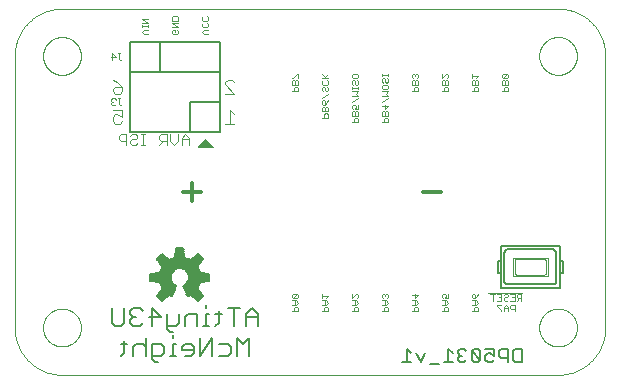
<source format=gbo>
G75*
%MOIN*%
%OFA0B0*%
%FSLAX25Y25*%
%IPPOS*%
%LPD*%
%AMOC8*
5,1,8,0,0,1.08239X$1,22.5*
%
%ADD10C,0.00500*%
%ADD11C,0.00200*%
%ADD12C,0.00300*%
%ADD13C,0.00000*%
%ADD14C,0.00600*%
%ADD15C,0.00400*%
%ADD16C,0.00250*%
%ADD17C,0.01200*%
%ADD18C,0.00591*%
D10*
X0066853Y0040430D02*
X0067871Y0041447D01*
X0067871Y0045517D01*
X0068889Y0044500D02*
X0066853Y0044500D01*
X0070896Y0043482D02*
X0070896Y0040430D01*
X0074966Y0040430D02*
X0074966Y0046535D01*
X0073948Y0044500D02*
X0071913Y0044500D01*
X0070896Y0043482D01*
X0073948Y0044500D02*
X0074966Y0043482D01*
X0076973Y0044500D02*
X0080025Y0044500D01*
X0081043Y0043482D01*
X0081043Y0041447D01*
X0080025Y0040430D01*
X0076973Y0040430D01*
X0076973Y0039412D02*
X0076973Y0044500D01*
X0082037Y0049412D02*
X0083055Y0048395D01*
X0084072Y0048395D01*
X0084077Y0047553D02*
X0084077Y0046535D01*
X0084077Y0044500D02*
X0084077Y0040430D01*
X0085094Y0040430D02*
X0083059Y0040430D01*
X0079008Y0038395D02*
X0077990Y0038395D01*
X0076973Y0039412D01*
X0084077Y0044500D02*
X0085094Y0044500D01*
X0087101Y0043482D02*
X0087101Y0042465D01*
X0091172Y0042465D01*
X0091172Y0043482D02*
X0090154Y0044500D01*
X0088119Y0044500D01*
X0087101Y0043482D01*
X0088119Y0040430D02*
X0090154Y0040430D01*
X0091172Y0041447D01*
X0091172Y0043482D01*
X0093179Y0040430D02*
X0093179Y0046535D01*
X0092184Y0050430D02*
X0092184Y0054500D01*
X0089132Y0054500D01*
X0088114Y0053482D01*
X0088114Y0050430D01*
X0086107Y0051447D02*
X0085090Y0050430D01*
X0082037Y0050430D01*
X0082037Y0049412D02*
X0082037Y0054500D01*
X0080030Y0053482D02*
X0075960Y0053482D01*
X0073953Y0051447D02*
X0072935Y0050430D01*
X0070900Y0050430D01*
X0069883Y0051447D01*
X0069883Y0052465D01*
X0070900Y0053482D01*
X0071918Y0053482D01*
X0070900Y0053482D02*
X0069883Y0054500D01*
X0069883Y0055517D01*
X0070900Y0056535D01*
X0072935Y0056535D01*
X0073953Y0055517D01*
X0076977Y0056535D02*
X0080030Y0053482D01*
X0076977Y0050430D02*
X0076977Y0056535D01*
X0067876Y0056535D02*
X0067876Y0051447D01*
X0066858Y0050430D01*
X0064823Y0050430D01*
X0063806Y0051447D01*
X0063806Y0056535D01*
X0086107Y0054500D02*
X0086107Y0051447D01*
X0094201Y0050430D02*
X0096236Y0050430D01*
X0095218Y0050430D02*
X0095218Y0054500D01*
X0096236Y0054500D01*
X0098252Y0054500D02*
X0100287Y0054500D01*
X0099270Y0055517D02*
X0099270Y0051447D01*
X0098252Y0050430D01*
X0097249Y0046535D02*
X0093179Y0040430D01*
X0097249Y0040430D02*
X0097249Y0046535D01*
X0099256Y0044500D02*
X0102308Y0044500D01*
X0103326Y0043482D01*
X0103326Y0041447D01*
X0102308Y0040430D01*
X0099256Y0040430D01*
X0105333Y0040430D02*
X0105333Y0046535D01*
X0107368Y0044500D01*
X0109403Y0046535D01*
X0109403Y0040430D01*
X0108372Y0050430D02*
X0108372Y0054500D01*
X0110407Y0056535D01*
X0112442Y0054500D01*
X0112442Y0050430D01*
X0112442Y0053482D02*
X0108372Y0053482D01*
X0106365Y0056535D02*
X0102294Y0056535D01*
X0104329Y0056535D02*
X0104329Y0050430D01*
X0095218Y0056535D02*
X0095218Y0057553D01*
X0099772Y0135180D02*
X0099772Y0145180D01*
D11*
X0095874Y0147780D02*
X0094406Y0147780D01*
X0093672Y0148514D01*
X0094406Y0149248D01*
X0095874Y0149248D01*
X0095507Y0149990D02*
X0094039Y0149990D01*
X0093672Y0150357D01*
X0093672Y0151091D01*
X0094039Y0151458D01*
X0094039Y0152200D02*
X0093672Y0152567D01*
X0093672Y0153300D01*
X0094039Y0153667D01*
X0094039Y0152200D02*
X0095507Y0152200D01*
X0095874Y0152567D01*
X0095874Y0153300D01*
X0095507Y0153667D01*
X0095507Y0151458D02*
X0095874Y0151091D01*
X0095874Y0150357D01*
X0095507Y0149990D01*
X0085874Y0149990D02*
X0083672Y0151458D01*
X0085874Y0151458D01*
X0085874Y0152200D02*
X0085874Y0153300D01*
X0085507Y0153667D01*
X0084039Y0153667D01*
X0083672Y0153300D01*
X0083672Y0152200D01*
X0085874Y0152200D01*
X0085874Y0149990D02*
X0083672Y0149990D01*
X0084039Y0149248D02*
X0084773Y0149248D01*
X0084773Y0148514D01*
X0085507Y0149248D02*
X0085874Y0148881D01*
X0085874Y0148147D01*
X0085507Y0147780D01*
X0084039Y0147780D01*
X0083672Y0148147D01*
X0083672Y0148881D01*
X0084039Y0149248D01*
X0075874Y0149248D02*
X0074406Y0149248D01*
X0073672Y0148514D01*
X0074406Y0147780D01*
X0075874Y0147780D01*
X0075874Y0149990D02*
X0075874Y0150724D01*
X0075874Y0150357D02*
X0073672Y0150357D01*
X0073672Y0149990D02*
X0073672Y0150724D01*
X0073672Y0151463D02*
X0075874Y0151463D01*
X0073672Y0152931D01*
X0075874Y0152931D01*
X0066438Y0141282D02*
X0065704Y0141282D01*
X0066071Y0141282D02*
X0066071Y0139447D01*
X0066438Y0139080D01*
X0066805Y0139080D01*
X0067172Y0139447D01*
X0064962Y0140181D02*
X0063861Y0141282D01*
X0063861Y0139080D01*
X0063494Y0140181D02*
X0064962Y0140181D01*
X0064595Y0126282D02*
X0063861Y0126282D01*
X0063494Y0125915D01*
X0063494Y0125548D01*
X0063861Y0125181D01*
X0063494Y0124814D01*
X0063494Y0124447D01*
X0063861Y0124080D01*
X0064595Y0124080D01*
X0064962Y0124447D01*
X0064228Y0125181D02*
X0063861Y0125181D01*
X0064962Y0125915D02*
X0064595Y0126282D01*
X0065704Y0126282D02*
X0066438Y0126282D01*
X0066071Y0126282D02*
X0066071Y0124447D01*
X0066438Y0124080D01*
X0066805Y0124080D01*
X0067172Y0124447D01*
X0123672Y0128650D02*
X0125874Y0128650D01*
X0125874Y0129751D01*
X0125507Y0130118D01*
X0124773Y0130118D01*
X0124406Y0129751D01*
X0124406Y0128650D01*
X0124773Y0130860D02*
X0124773Y0131961D01*
X0124406Y0132328D01*
X0124039Y0132328D01*
X0123672Y0131961D01*
X0123672Y0130860D01*
X0125874Y0130860D01*
X0125874Y0131961D01*
X0125507Y0132328D01*
X0125140Y0132328D01*
X0124773Y0131961D01*
X0124039Y0133070D02*
X0123672Y0133070D01*
X0124039Y0133070D02*
X0125507Y0134538D01*
X0125874Y0134538D01*
X0125874Y0133070D01*
X0133672Y0133070D02*
X0135874Y0133070D01*
X0135507Y0132328D02*
X0135874Y0131961D01*
X0135874Y0131227D01*
X0135507Y0130860D01*
X0134039Y0130860D01*
X0133672Y0131227D01*
X0133672Y0131961D01*
X0134039Y0132328D01*
X0134406Y0133070D02*
X0135874Y0134538D01*
X0134773Y0133437D02*
X0133672Y0134538D01*
X0134039Y0130118D02*
X0133672Y0129751D01*
X0133672Y0129017D01*
X0134039Y0128650D01*
X0134773Y0129017D02*
X0134773Y0129751D01*
X0134406Y0130118D01*
X0134039Y0130118D01*
X0134773Y0129017D02*
X0135140Y0128650D01*
X0135507Y0128650D01*
X0135874Y0129017D01*
X0135874Y0129751D01*
X0135507Y0130118D01*
X0135874Y0127908D02*
X0133672Y0126440D01*
X0134039Y0125698D02*
X0134406Y0125698D01*
X0134773Y0125331D01*
X0134773Y0124230D01*
X0134039Y0124230D01*
X0133672Y0124597D01*
X0133672Y0125331D01*
X0134039Y0125698D01*
X0135507Y0124964D02*
X0134773Y0124230D01*
X0135140Y0123488D02*
X0134773Y0123121D01*
X0134773Y0122020D01*
X0134773Y0121278D02*
X0134406Y0120912D01*
X0134406Y0119811D01*
X0133672Y0119811D02*
X0135874Y0119811D01*
X0135874Y0120912D01*
X0135507Y0121278D01*
X0134773Y0121278D01*
X0133672Y0122020D02*
X0135874Y0122020D01*
X0135874Y0123121D01*
X0135507Y0123488D01*
X0135140Y0123488D01*
X0134773Y0123121D02*
X0134406Y0123488D01*
X0134039Y0123488D01*
X0133672Y0123121D01*
X0133672Y0122020D01*
X0135507Y0124964D02*
X0135874Y0125698D01*
X0143672Y0124967D02*
X0145874Y0126435D01*
X0145874Y0127177D02*
X0145140Y0127911D01*
X0145874Y0128645D01*
X0143672Y0128645D01*
X0143672Y0129387D02*
X0143672Y0130121D01*
X0143672Y0129754D02*
X0145874Y0129754D01*
X0145874Y0129387D02*
X0145874Y0130121D01*
X0145507Y0130860D02*
X0145140Y0130860D01*
X0144773Y0131227D01*
X0144773Y0131961D01*
X0144406Y0132328D01*
X0144039Y0132328D01*
X0143672Y0131961D01*
X0143672Y0131227D01*
X0144039Y0130860D01*
X0145507Y0130860D02*
X0145874Y0131227D01*
X0145874Y0131961D01*
X0145507Y0132328D01*
X0145507Y0133070D02*
X0144039Y0133070D01*
X0143672Y0133437D01*
X0143672Y0134171D01*
X0144039Y0134538D01*
X0145507Y0134538D01*
X0145874Y0134171D01*
X0145874Y0133437D01*
X0145507Y0133070D01*
X0145874Y0127177D02*
X0143672Y0127177D01*
X0144039Y0124225D02*
X0143672Y0123858D01*
X0143672Y0123124D01*
X0144039Y0122757D01*
X0144773Y0122757D02*
X0145140Y0123491D01*
X0145140Y0123858D01*
X0144773Y0124225D01*
X0144039Y0124225D01*
X0144773Y0122757D02*
X0145874Y0122757D01*
X0145874Y0124225D01*
X0145507Y0122015D02*
X0145140Y0122015D01*
X0144773Y0121648D01*
X0144773Y0120547D01*
X0144773Y0119805D02*
X0144406Y0119438D01*
X0144406Y0118337D01*
X0143672Y0118337D02*
X0145874Y0118337D01*
X0145874Y0119438D01*
X0145507Y0119805D01*
X0144773Y0119805D01*
X0143672Y0120547D02*
X0145874Y0120547D01*
X0145874Y0121648D01*
X0145507Y0122015D01*
X0144773Y0121648D02*
X0144406Y0122015D01*
X0144039Y0122015D01*
X0143672Y0121648D01*
X0143672Y0120547D01*
X0153672Y0120547D02*
X0153672Y0121648D01*
X0154039Y0122015D01*
X0154406Y0122015D01*
X0154773Y0121648D01*
X0154773Y0120547D01*
X0154773Y0119805D02*
X0154406Y0119438D01*
X0154406Y0118337D01*
X0153672Y0118337D02*
X0155874Y0118337D01*
X0155874Y0119438D01*
X0155507Y0119805D01*
X0154773Y0119805D01*
X0155874Y0120547D02*
X0155874Y0121648D01*
X0155507Y0122015D01*
X0155140Y0122015D01*
X0154773Y0121648D01*
X0154773Y0122757D02*
X0154773Y0124225D01*
X0155874Y0123858D02*
X0154773Y0122757D01*
X0153672Y0123858D02*
X0155874Y0123858D01*
X0153672Y0124967D02*
X0155874Y0126435D01*
X0155874Y0127177D02*
X0155140Y0127911D01*
X0155874Y0128645D01*
X0153672Y0128645D01*
X0154039Y0129387D02*
X0153672Y0129754D01*
X0153672Y0130488D01*
X0154039Y0130855D01*
X0155507Y0130855D01*
X0155874Y0130488D01*
X0155874Y0129754D01*
X0155507Y0129387D01*
X0154039Y0129387D01*
X0154039Y0131597D02*
X0153672Y0131964D01*
X0153672Y0132698D01*
X0154039Y0133065D01*
X0154406Y0133065D01*
X0154773Y0132698D01*
X0154773Y0131964D01*
X0155140Y0131597D01*
X0155507Y0131597D01*
X0155874Y0131964D01*
X0155874Y0132698D01*
X0155507Y0133065D01*
X0155874Y0133806D02*
X0155874Y0134540D01*
X0155874Y0134173D02*
X0153672Y0134173D01*
X0153672Y0133806D02*
X0153672Y0134540D01*
X0163672Y0134171D02*
X0163672Y0133437D01*
X0164039Y0133070D01*
X0164039Y0132328D02*
X0163672Y0131961D01*
X0163672Y0130860D01*
X0165874Y0130860D01*
X0165874Y0131961D01*
X0165507Y0132328D01*
X0165140Y0132328D01*
X0164773Y0131961D01*
X0164773Y0130860D01*
X0164773Y0130118D02*
X0164406Y0129751D01*
X0164406Y0128650D01*
X0163672Y0128650D02*
X0165874Y0128650D01*
X0165874Y0129751D01*
X0165507Y0130118D01*
X0164773Y0130118D01*
X0164773Y0131961D02*
X0164406Y0132328D01*
X0164039Y0132328D01*
X0165507Y0133070D02*
X0165874Y0133437D01*
X0165874Y0134171D01*
X0165507Y0134538D01*
X0165140Y0134538D01*
X0164773Y0134171D01*
X0164406Y0134538D01*
X0164039Y0134538D01*
X0163672Y0134171D01*
X0164773Y0134171D02*
X0164773Y0133804D01*
X0173672Y0134538D02*
X0173672Y0133070D01*
X0175140Y0134538D01*
X0175507Y0134538D01*
X0175874Y0134171D01*
X0175874Y0133437D01*
X0175507Y0133070D01*
X0175507Y0132328D02*
X0175140Y0132328D01*
X0174773Y0131961D01*
X0174773Y0130860D01*
X0174773Y0130118D02*
X0174406Y0129751D01*
X0174406Y0128650D01*
X0173672Y0128650D02*
X0175874Y0128650D01*
X0175874Y0129751D01*
X0175507Y0130118D01*
X0174773Y0130118D01*
X0173672Y0130860D02*
X0175874Y0130860D01*
X0175874Y0131961D01*
X0175507Y0132328D01*
X0174773Y0131961D02*
X0174406Y0132328D01*
X0174039Y0132328D01*
X0173672Y0131961D01*
X0173672Y0130860D01*
X0183672Y0130860D02*
X0183672Y0131961D01*
X0184039Y0132328D01*
X0184406Y0132328D01*
X0184773Y0131961D01*
X0184773Y0130860D01*
X0184773Y0130118D02*
X0184406Y0129751D01*
X0184406Y0128650D01*
X0183672Y0128650D02*
X0185874Y0128650D01*
X0185874Y0129751D01*
X0185507Y0130118D01*
X0184773Y0130118D01*
X0183672Y0130860D02*
X0185874Y0130860D01*
X0185874Y0131961D01*
X0185507Y0132328D01*
X0185140Y0132328D01*
X0184773Y0131961D01*
X0185140Y0133070D02*
X0185874Y0133804D01*
X0183672Y0133804D01*
X0183672Y0133070D02*
X0183672Y0134538D01*
X0193672Y0134171D02*
X0193672Y0133437D01*
X0194039Y0133070D01*
X0195507Y0134538D01*
X0194039Y0134538D01*
X0193672Y0134171D01*
X0194039Y0133070D02*
X0195507Y0133070D01*
X0195874Y0133437D01*
X0195874Y0134171D01*
X0195507Y0134538D01*
X0195507Y0132328D02*
X0195140Y0132328D01*
X0194773Y0131961D01*
X0194773Y0130860D01*
X0194773Y0130118D02*
X0194406Y0129751D01*
X0194406Y0128650D01*
X0193672Y0128650D02*
X0195874Y0128650D01*
X0195874Y0129751D01*
X0195507Y0130118D01*
X0194773Y0130118D01*
X0193672Y0130860D02*
X0195874Y0130860D01*
X0195874Y0131961D01*
X0195507Y0132328D01*
X0194773Y0131961D02*
X0194406Y0132328D01*
X0194039Y0132328D01*
X0193672Y0131961D01*
X0193672Y0130860D01*
X0155874Y0127177D02*
X0153672Y0127177D01*
X0153672Y0120547D02*
X0155874Y0120547D01*
X0155507Y0061167D02*
X0155140Y0061167D01*
X0154773Y0060800D01*
X0154406Y0061167D01*
X0154039Y0061167D01*
X0153672Y0060800D01*
X0153672Y0060067D01*
X0154039Y0059700D01*
X0153672Y0058958D02*
X0155140Y0058958D01*
X0155874Y0058224D01*
X0155140Y0057490D01*
X0153672Y0057490D01*
X0154773Y0057490D02*
X0154773Y0058958D01*
X0155507Y0059700D02*
X0155874Y0060067D01*
X0155874Y0060800D01*
X0155507Y0061167D01*
X0154773Y0060800D02*
X0154773Y0060434D01*
X0154773Y0056748D02*
X0154406Y0056381D01*
X0154406Y0055280D01*
X0153672Y0055280D02*
X0155874Y0055280D01*
X0155874Y0056381D01*
X0155507Y0056748D01*
X0154773Y0056748D01*
X0145874Y0056381D02*
X0145874Y0055280D01*
X0143672Y0055280D01*
X0144406Y0055280D02*
X0144406Y0056381D01*
X0144773Y0056748D01*
X0145507Y0056748D01*
X0145874Y0056381D01*
X0145140Y0057490D02*
X0145874Y0058224D01*
X0145140Y0058958D01*
X0143672Y0058958D01*
X0143672Y0059700D02*
X0145140Y0061167D01*
X0145507Y0061167D01*
X0145874Y0060800D01*
X0145874Y0060067D01*
X0145507Y0059700D01*
X0144773Y0058958D02*
X0144773Y0057490D01*
X0145140Y0057490D02*
X0143672Y0057490D01*
X0143672Y0059700D02*
X0143672Y0061167D01*
X0135874Y0060434D02*
X0133672Y0060434D01*
X0133672Y0061167D02*
X0133672Y0059700D01*
X0133672Y0058958D02*
X0135140Y0058958D01*
X0135874Y0058224D01*
X0135140Y0057490D01*
X0133672Y0057490D01*
X0134773Y0057490D02*
X0134773Y0058958D01*
X0135140Y0059700D02*
X0135874Y0060434D01*
X0135507Y0056748D02*
X0134773Y0056748D01*
X0134406Y0056381D01*
X0134406Y0055280D01*
X0133672Y0055280D02*
X0135874Y0055280D01*
X0135874Y0056381D01*
X0135507Y0056748D01*
X0125874Y0056381D02*
X0125874Y0055280D01*
X0123672Y0055280D01*
X0124406Y0055280D02*
X0124406Y0056381D01*
X0124773Y0056748D01*
X0125507Y0056748D01*
X0125874Y0056381D01*
X0125140Y0057490D02*
X0125874Y0058224D01*
X0125140Y0058958D01*
X0123672Y0058958D01*
X0124039Y0059700D02*
X0125507Y0061167D01*
X0124039Y0061167D01*
X0123672Y0060800D01*
X0123672Y0060067D01*
X0124039Y0059700D01*
X0125507Y0059700D01*
X0125874Y0060067D01*
X0125874Y0060800D01*
X0125507Y0061167D01*
X0124773Y0058958D02*
X0124773Y0057490D01*
X0125140Y0057490D02*
X0123672Y0057490D01*
X0163672Y0057490D02*
X0165140Y0057490D01*
X0165874Y0058224D01*
X0165140Y0058958D01*
X0163672Y0058958D01*
X0164773Y0058958D02*
X0164773Y0057490D01*
X0164773Y0056748D02*
X0164406Y0056381D01*
X0164406Y0055280D01*
X0163672Y0055280D02*
X0165874Y0055280D01*
X0165874Y0056381D01*
X0165507Y0056748D01*
X0164773Y0056748D01*
X0164773Y0059700D02*
X0164773Y0061167D01*
X0165874Y0060800D02*
X0164773Y0059700D01*
X0163672Y0060800D02*
X0165874Y0060800D01*
X0173672Y0060800D02*
X0173672Y0060067D01*
X0174039Y0059700D01*
X0174773Y0059700D02*
X0175140Y0060434D01*
X0175140Y0060800D01*
X0174773Y0061167D01*
X0174039Y0061167D01*
X0173672Y0060800D01*
X0174773Y0059700D02*
X0175874Y0059700D01*
X0175874Y0061167D01*
X0175140Y0058958D02*
X0173672Y0058958D01*
X0174773Y0058958D02*
X0174773Y0057490D01*
X0175140Y0057490D02*
X0175874Y0058224D01*
X0175140Y0058958D01*
X0175140Y0057490D02*
X0173672Y0057490D01*
X0174773Y0056748D02*
X0174406Y0056381D01*
X0174406Y0055280D01*
X0173672Y0055280D02*
X0175874Y0055280D01*
X0175874Y0056381D01*
X0175507Y0056748D01*
X0174773Y0056748D01*
X0183672Y0057490D02*
X0185140Y0057490D01*
X0185874Y0058224D01*
X0185140Y0058958D01*
X0183672Y0058958D01*
X0184039Y0059700D02*
X0183672Y0060067D01*
X0183672Y0060800D01*
X0184039Y0061167D01*
X0184406Y0061167D01*
X0184773Y0060800D01*
X0184773Y0059700D01*
X0184039Y0059700D01*
X0184773Y0059700D02*
X0185507Y0060434D01*
X0185874Y0061167D01*
X0184773Y0058958D02*
X0184773Y0057490D01*
X0184773Y0056748D02*
X0184406Y0056381D01*
X0184406Y0055280D01*
X0183672Y0055280D02*
X0185874Y0055280D01*
X0185874Y0056381D01*
X0185507Y0056748D01*
X0184773Y0056748D01*
X0190623Y0058880D02*
X0190623Y0061082D01*
X0191357Y0061082D02*
X0189889Y0061082D01*
X0189247Y0061480D02*
X0200296Y0061480D01*
X0200196Y0061082D02*
X0199095Y0061082D01*
X0198728Y0060715D01*
X0198728Y0059981D01*
X0199095Y0059614D01*
X0200196Y0059614D01*
X0199462Y0059614D02*
X0198728Y0058880D01*
X0197986Y0058880D02*
X0196519Y0058880D01*
X0195777Y0059247D02*
X0195410Y0058880D01*
X0194676Y0058880D01*
X0194309Y0059247D01*
X0194309Y0059614D01*
X0194676Y0059981D01*
X0195410Y0059981D01*
X0195777Y0060348D01*
X0195777Y0060715D01*
X0195410Y0061082D01*
X0194676Y0061082D01*
X0194309Y0060715D01*
X0193567Y0061082D02*
X0193567Y0058880D01*
X0192099Y0058880D01*
X0192833Y0059981D02*
X0193567Y0059981D01*
X0193567Y0061082D02*
X0192099Y0061082D01*
X0192099Y0057482D02*
X0192099Y0057115D01*
X0193567Y0055647D01*
X0193567Y0055280D01*
X0194309Y0055280D02*
X0194309Y0056748D01*
X0195043Y0057482D01*
X0195777Y0056748D01*
X0195777Y0055280D01*
X0195777Y0056381D02*
X0194309Y0056381D01*
X0193567Y0057482D02*
X0192099Y0057482D01*
X0196519Y0057115D02*
X0196519Y0056381D01*
X0196886Y0056014D01*
X0197986Y0056014D01*
X0197986Y0055280D02*
X0197986Y0057482D01*
X0196886Y0057482D01*
X0196519Y0057115D01*
X0197986Y0058880D02*
X0197986Y0061082D01*
X0196519Y0061082D01*
X0197253Y0059981D02*
X0197986Y0059981D01*
X0200196Y0058880D02*
X0200196Y0061082D01*
D12*
X0198630Y0067581D02*
X0207764Y0067581D01*
X0207764Y0067582D02*
X0207814Y0067584D01*
X0207864Y0067589D01*
X0207913Y0067599D01*
X0207961Y0067612D01*
X0208008Y0067628D01*
X0208054Y0067648D01*
X0208099Y0067672D01*
X0208141Y0067698D01*
X0208181Y0067728D01*
X0208219Y0067761D01*
X0208254Y0067796D01*
X0208287Y0067834D01*
X0208317Y0067874D01*
X0208343Y0067917D01*
X0208367Y0067961D01*
X0208387Y0068007D01*
X0208403Y0068054D01*
X0208416Y0068102D01*
X0208426Y0068151D01*
X0208431Y0068201D01*
X0208433Y0068251D01*
X0208433Y0072109D01*
X0208431Y0072159D01*
X0208426Y0072209D01*
X0208416Y0072258D01*
X0208403Y0072306D01*
X0208387Y0072353D01*
X0208367Y0072399D01*
X0208343Y0072444D01*
X0208317Y0072486D01*
X0208287Y0072526D01*
X0208254Y0072564D01*
X0208219Y0072599D01*
X0208181Y0072632D01*
X0208141Y0072662D01*
X0208099Y0072688D01*
X0208054Y0072712D01*
X0208008Y0072732D01*
X0207961Y0072748D01*
X0207913Y0072761D01*
X0207864Y0072771D01*
X0207814Y0072776D01*
X0207764Y0072778D01*
X0198630Y0072778D01*
X0198580Y0072776D01*
X0198530Y0072771D01*
X0198481Y0072761D01*
X0198433Y0072748D01*
X0198386Y0072732D01*
X0198340Y0072712D01*
X0198296Y0072688D01*
X0198253Y0072662D01*
X0198213Y0072632D01*
X0198175Y0072599D01*
X0198140Y0072564D01*
X0198107Y0072526D01*
X0198077Y0072486D01*
X0198051Y0072444D01*
X0198027Y0072399D01*
X0198007Y0072353D01*
X0197991Y0072306D01*
X0197978Y0072258D01*
X0197968Y0072209D01*
X0197963Y0072159D01*
X0197961Y0072109D01*
X0197961Y0068251D01*
X0197963Y0068201D01*
X0197968Y0068151D01*
X0197978Y0068102D01*
X0197991Y0068054D01*
X0198007Y0068007D01*
X0198027Y0067961D01*
X0198051Y0067917D01*
X0198077Y0067874D01*
X0198107Y0067834D01*
X0198140Y0067796D01*
X0198175Y0067761D01*
X0198213Y0067728D01*
X0198253Y0067698D01*
X0198296Y0067672D01*
X0198340Y0067648D01*
X0198386Y0067628D01*
X0198433Y0067612D01*
X0198481Y0067599D01*
X0198530Y0067589D01*
X0198580Y0067584D01*
X0198630Y0067582D01*
X0197291Y0067148D02*
X0209102Y0067148D01*
X0209102Y0073211D01*
X0197291Y0073211D01*
X0197291Y0067148D01*
X0089399Y0110763D02*
X0089399Y0113232D01*
X0088164Y0114466D01*
X0086930Y0113232D01*
X0086930Y0110763D01*
X0085716Y0111997D02*
X0084481Y0110763D01*
X0083247Y0111997D01*
X0083247Y0114466D01*
X0082033Y0114466D02*
X0080181Y0114466D01*
X0079564Y0113849D01*
X0079564Y0112614D01*
X0080181Y0111997D01*
X0082033Y0111997D01*
X0082033Y0110763D02*
X0082033Y0114466D01*
X0085716Y0114466D02*
X0085716Y0111997D01*
X0086930Y0112614D02*
X0089399Y0112614D01*
X0080798Y0111997D02*
X0079564Y0110763D01*
X0074666Y0110763D02*
X0073432Y0110763D01*
X0074049Y0110763D02*
X0074049Y0114466D01*
X0074666Y0114466D02*
X0073432Y0114466D01*
X0072211Y0113849D02*
X0072211Y0113232D01*
X0071594Y0112614D01*
X0070359Y0112614D01*
X0069742Y0111997D01*
X0069742Y0111380D01*
X0070359Y0110763D01*
X0071594Y0110763D01*
X0072211Y0111380D01*
X0072211Y0113849D02*
X0071594Y0114466D01*
X0070359Y0114466D01*
X0069742Y0113849D01*
X0068528Y0114466D02*
X0066676Y0114466D01*
X0066059Y0113849D01*
X0066059Y0112614D01*
X0066676Y0111997D01*
X0068528Y0111997D01*
X0068528Y0110763D02*
X0068528Y0114466D01*
D13*
X0047094Y0034156D02*
X0212449Y0034156D01*
X0206150Y0049904D02*
X0206152Y0050062D01*
X0206158Y0050220D01*
X0206168Y0050378D01*
X0206182Y0050536D01*
X0206200Y0050693D01*
X0206221Y0050850D01*
X0206247Y0051006D01*
X0206277Y0051162D01*
X0206310Y0051317D01*
X0206348Y0051470D01*
X0206389Y0051623D01*
X0206434Y0051775D01*
X0206483Y0051926D01*
X0206536Y0052075D01*
X0206592Y0052223D01*
X0206652Y0052369D01*
X0206716Y0052514D01*
X0206784Y0052657D01*
X0206855Y0052799D01*
X0206929Y0052939D01*
X0207007Y0053076D01*
X0207089Y0053212D01*
X0207173Y0053346D01*
X0207262Y0053477D01*
X0207353Y0053606D01*
X0207448Y0053733D01*
X0207545Y0053858D01*
X0207646Y0053980D01*
X0207750Y0054099D01*
X0207857Y0054216D01*
X0207967Y0054330D01*
X0208080Y0054441D01*
X0208195Y0054550D01*
X0208313Y0054655D01*
X0208434Y0054757D01*
X0208557Y0054857D01*
X0208683Y0054953D01*
X0208811Y0055046D01*
X0208941Y0055136D01*
X0209074Y0055222D01*
X0209209Y0055306D01*
X0209345Y0055385D01*
X0209484Y0055462D01*
X0209625Y0055534D01*
X0209767Y0055604D01*
X0209911Y0055669D01*
X0210057Y0055731D01*
X0210204Y0055789D01*
X0210353Y0055844D01*
X0210503Y0055895D01*
X0210654Y0055942D01*
X0210806Y0055985D01*
X0210959Y0056024D01*
X0211114Y0056060D01*
X0211269Y0056091D01*
X0211425Y0056119D01*
X0211581Y0056143D01*
X0211738Y0056163D01*
X0211896Y0056179D01*
X0212053Y0056191D01*
X0212212Y0056199D01*
X0212370Y0056203D01*
X0212528Y0056203D01*
X0212686Y0056199D01*
X0212845Y0056191D01*
X0213002Y0056179D01*
X0213160Y0056163D01*
X0213317Y0056143D01*
X0213473Y0056119D01*
X0213629Y0056091D01*
X0213784Y0056060D01*
X0213939Y0056024D01*
X0214092Y0055985D01*
X0214244Y0055942D01*
X0214395Y0055895D01*
X0214545Y0055844D01*
X0214694Y0055789D01*
X0214841Y0055731D01*
X0214987Y0055669D01*
X0215131Y0055604D01*
X0215273Y0055534D01*
X0215414Y0055462D01*
X0215553Y0055385D01*
X0215689Y0055306D01*
X0215824Y0055222D01*
X0215957Y0055136D01*
X0216087Y0055046D01*
X0216215Y0054953D01*
X0216341Y0054857D01*
X0216464Y0054757D01*
X0216585Y0054655D01*
X0216703Y0054550D01*
X0216818Y0054441D01*
X0216931Y0054330D01*
X0217041Y0054216D01*
X0217148Y0054099D01*
X0217252Y0053980D01*
X0217353Y0053858D01*
X0217450Y0053733D01*
X0217545Y0053606D01*
X0217636Y0053477D01*
X0217725Y0053346D01*
X0217809Y0053212D01*
X0217891Y0053076D01*
X0217969Y0052939D01*
X0218043Y0052799D01*
X0218114Y0052657D01*
X0218182Y0052514D01*
X0218246Y0052369D01*
X0218306Y0052223D01*
X0218362Y0052075D01*
X0218415Y0051926D01*
X0218464Y0051775D01*
X0218509Y0051623D01*
X0218550Y0051470D01*
X0218588Y0051317D01*
X0218621Y0051162D01*
X0218651Y0051006D01*
X0218677Y0050850D01*
X0218698Y0050693D01*
X0218716Y0050536D01*
X0218730Y0050378D01*
X0218740Y0050220D01*
X0218746Y0050062D01*
X0218748Y0049904D01*
X0218746Y0049746D01*
X0218740Y0049588D01*
X0218730Y0049430D01*
X0218716Y0049272D01*
X0218698Y0049115D01*
X0218677Y0048958D01*
X0218651Y0048802D01*
X0218621Y0048646D01*
X0218588Y0048491D01*
X0218550Y0048338D01*
X0218509Y0048185D01*
X0218464Y0048033D01*
X0218415Y0047882D01*
X0218362Y0047733D01*
X0218306Y0047585D01*
X0218246Y0047439D01*
X0218182Y0047294D01*
X0218114Y0047151D01*
X0218043Y0047009D01*
X0217969Y0046869D01*
X0217891Y0046732D01*
X0217809Y0046596D01*
X0217725Y0046462D01*
X0217636Y0046331D01*
X0217545Y0046202D01*
X0217450Y0046075D01*
X0217353Y0045950D01*
X0217252Y0045828D01*
X0217148Y0045709D01*
X0217041Y0045592D01*
X0216931Y0045478D01*
X0216818Y0045367D01*
X0216703Y0045258D01*
X0216585Y0045153D01*
X0216464Y0045051D01*
X0216341Y0044951D01*
X0216215Y0044855D01*
X0216087Y0044762D01*
X0215957Y0044672D01*
X0215824Y0044586D01*
X0215689Y0044502D01*
X0215553Y0044423D01*
X0215414Y0044346D01*
X0215273Y0044274D01*
X0215131Y0044204D01*
X0214987Y0044139D01*
X0214841Y0044077D01*
X0214694Y0044019D01*
X0214545Y0043964D01*
X0214395Y0043913D01*
X0214244Y0043866D01*
X0214092Y0043823D01*
X0213939Y0043784D01*
X0213784Y0043748D01*
X0213629Y0043717D01*
X0213473Y0043689D01*
X0213317Y0043665D01*
X0213160Y0043645D01*
X0213002Y0043629D01*
X0212845Y0043617D01*
X0212686Y0043609D01*
X0212528Y0043605D01*
X0212370Y0043605D01*
X0212212Y0043609D01*
X0212053Y0043617D01*
X0211896Y0043629D01*
X0211738Y0043645D01*
X0211581Y0043665D01*
X0211425Y0043689D01*
X0211269Y0043717D01*
X0211114Y0043748D01*
X0210959Y0043784D01*
X0210806Y0043823D01*
X0210654Y0043866D01*
X0210503Y0043913D01*
X0210353Y0043964D01*
X0210204Y0044019D01*
X0210057Y0044077D01*
X0209911Y0044139D01*
X0209767Y0044204D01*
X0209625Y0044274D01*
X0209484Y0044346D01*
X0209345Y0044423D01*
X0209209Y0044502D01*
X0209074Y0044586D01*
X0208941Y0044672D01*
X0208811Y0044762D01*
X0208683Y0044855D01*
X0208557Y0044951D01*
X0208434Y0045051D01*
X0208313Y0045153D01*
X0208195Y0045258D01*
X0208080Y0045367D01*
X0207967Y0045478D01*
X0207857Y0045592D01*
X0207750Y0045709D01*
X0207646Y0045828D01*
X0207545Y0045950D01*
X0207448Y0046075D01*
X0207353Y0046202D01*
X0207262Y0046331D01*
X0207173Y0046462D01*
X0207089Y0046596D01*
X0207007Y0046732D01*
X0206929Y0046869D01*
X0206855Y0047009D01*
X0206784Y0047151D01*
X0206716Y0047294D01*
X0206652Y0047439D01*
X0206592Y0047585D01*
X0206536Y0047733D01*
X0206483Y0047882D01*
X0206434Y0048033D01*
X0206389Y0048185D01*
X0206348Y0048338D01*
X0206310Y0048491D01*
X0206277Y0048646D01*
X0206247Y0048802D01*
X0206221Y0048958D01*
X0206200Y0049115D01*
X0206182Y0049272D01*
X0206168Y0049430D01*
X0206158Y0049588D01*
X0206152Y0049746D01*
X0206150Y0049904D01*
X0212449Y0034156D02*
X0212830Y0034161D01*
X0213210Y0034174D01*
X0213590Y0034197D01*
X0213969Y0034230D01*
X0214347Y0034271D01*
X0214724Y0034321D01*
X0215100Y0034381D01*
X0215475Y0034449D01*
X0215847Y0034527D01*
X0216218Y0034614D01*
X0216586Y0034709D01*
X0216952Y0034814D01*
X0217315Y0034927D01*
X0217676Y0035049D01*
X0218033Y0035179D01*
X0218387Y0035319D01*
X0218738Y0035466D01*
X0219085Y0035623D01*
X0219428Y0035787D01*
X0219767Y0035960D01*
X0220102Y0036141D01*
X0220433Y0036330D01*
X0220758Y0036527D01*
X0221079Y0036731D01*
X0221395Y0036944D01*
X0221705Y0037164D01*
X0222011Y0037391D01*
X0222310Y0037626D01*
X0222604Y0037868D01*
X0222892Y0038116D01*
X0223174Y0038372D01*
X0223449Y0038635D01*
X0223718Y0038904D01*
X0223981Y0039179D01*
X0224237Y0039461D01*
X0224485Y0039749D01*
X0224727Y0040043D01*
X0224962Y0040342D01*
X0225189Y0040648D01*
X0225409Y0040958D01*
X0225622Y0041274D01*
X0225826Y0041595D01*
X0226023Y0041920D01*
X0226212Y0042251D01*
X0226393Y0042586D01*
X0226566Y0042925D01*
X0226730Y0043268D01*
X0226887Y0043615D01*
X0227034Y0043966D01*
X0227174Y0044320D01*
X0227304Y0044677D01*
X0227426Y0045038D01*
X0227539Y0045401D01*
X0227644Y0045767D01*
X0227739Y0046135D01*
X0227826Y0046506D01*
X0227904Y0046878D01*
X0227972Y0047253D01*
X0228032Y0047629D01*
X0228082Y0048006D01*
X0228123Y0048384D01*
X0228156Y0048763D01*
X0228179Y0049143D01*
X0228192Y0049523D01*
X0228197Y0049904D01*
X0228197Y0140455D01*
X0206150Y0140455D02*
X0206152Y0140613D01*
X0206158Y0140771D01*
X0206168Y0140929D01*
X0206182Y0141087D01*
X0206200Y0141244D01*
X0206221Y0141401D01*
X0206247Y0141557D01*
X0206277Y0141713D01*
X0206310Y0141868D01*
X0206348Y0142021D01*
X0206389Y0142174D01*
X0206434Y0142326D01*
X0206483Y0142477D01*
X0206536Y0142626D01*
X0206592Y0142774D01*
X0206652Y0142920D01*
X0206716Y0143065D01*
X0206784Y0143208D01*
X0206855Y0143350D01*
X0206929Y0143490D01*
X0207007Y0143627D01*
X0207089Y0143763D01*
X0207173Y0143897D01*
X0207262Y0144028D01*
X0207353Y0144157D01*
X0207448Y0144284D01*
X0207545Y0144409D01*
X0207646Y0144531D01*
X0207750Y0144650D01*
X0207857Y0144767D01*
X0207967Y0144881D01*
X0208080Y0144992D01*
X0208195Y0145101D01*
X0208313Y0145206D01*
X0208434Y0145308D01*
X0208557Y0145408D01*
X0208683Y0145504D01*
X0208811Y0145597D01*
X0208941Y0145687D01*
X0209074Y0145773D01*
X0209209Y0145857D01*
X0209345Y0145936D01*
X0209484Y0146013D01*
X0209625Y0146085D01*
X0209767Y0146155D01*
X0209911Y0146220D01*
X0210057Y0146282D01*
X0210204Y0146340D01*
X0210353Y0146395D01*
X0210503Y0146446D01*
X0210654Y0146493D01*
X0210806Y0146536D01*
X0210959Y0146575D01*
X0211114Y0146611D01*
X0211269Y0146642D01*
X0211425Y0146670D01*
X0211581Y0146694D01*
X0211738Y0146714D01*
X0211896Y0146730D01*
X0212053Y0146742D01*
X0212212Y0146750D01*
X0212370Y0146754D01*
X0212528Y0146754D01*
X0212686Y0146750D01*
X0212845Y0146742D01*
X0213002Y0146730D01*
X0213160Y0146714D01*
X0213317Y0146694D01*
X0213473Y0146670D01*
X0213629Y0146642D01*
X0213784Y0146611D01*
X0213939Y0146575D01*
X0214092Y0146536D01*
X0214244Y0146493D01*
X0214395Y0146446D01*
X0214545Y0146395D01*
X0214694Y0146340D01*
X0214841Y0146282D01*
X0214987Y0146220D01*
X0215131Y0146155D01*
X0215273Y0146085D01*
X0215414Y0146013D01*
X0215553Y0145936D01*
X0215689Y0145857D01*
X0215824Y0145773D01*
X0215957Y0145687D01*
X0216087Y0145597D01*
X0216215Y0145504D01*
X0216341Y0145408D01*
X0216464Y0145308D01*
X0216585Y0145206D01*
X0216703Y0145101D01*
X0216818Y0144992D01*
X0216931Y0144881D01*
X0217041Y0144767D01*
X0217148Y0144650D01*
X0217252Y0144531D01*
X0217353Y0144409D01*
X0217450Y0144284D01*
X0217545Y0144157D01*
X0217636Y0144028D01*
X0217725Y0143897D01*
X0217809Y0143763D01*
X0217891Y0143627D01*
X0217969Y0143490D01*
X0218043Y0143350D01*
X0218114Y0143208D01*
X0218182Y0143065D01*
X0218246Y0142920D01*
X0218306Y0142774D01*
X0218362Y0142626D01*
X0218415Y0142477D01*
X0218464Y0142326D01*
X0218509Y0142174D01*
X0218550Y0142021D01*
X0218588Y0141868D01*
X0218621Y0141713D01*
X0218651Y0141557D01*
X0218677Y0141401D01*
X0218698Y0141244D01*
X0218716Y0141087D01*
X0218730Y0140929D01*
X0218740Y0140771D01*
X0218746Y0140613D01*
X0218748Y0140455D01*
X0218746Y0140297D01*
X0218740Y0140139D01*
X0218730Y0139981D01*
X0218716Y0139823D01*
X0218698Y0139666D01*
X0218677Y0139509D01*
X0218651Y0139353D01*
X0218621Y0139197D01*
X0218588Y0139042D01*
X0218550Y0138889D01*
X0218509Y0138736D01*
X0218464Y0138584D01*
X0218415Y0138433D01*
X0218362Y0138284D01*
X0218306Y0138136D01*
X0218246Y0137990D01*
X0218182Y0137845D01*
X0218114Y0137702D01*
X0218043Y0137560D01*
X0217969Y0137420D01*
X0217891Y0137283D01*
X0217809Y0137147D01*
X0217725Y0137013D01*
X0217636Y0136882D01*
X0217545Y0136753D01*
X0217450Y0136626D01*
X0217353Y0136501D01*
X0217252Y0136379D01*
X0217148Y0136260D01*
X0217041Y0136143D01*
X0216931Y0136029D01*
X0216818Y0135918D01*
X0216703Y0135809D01*
X0216585Y0135704D01*
X0216464Y0135602D01*
X0216341Y0135502D01*
X0216215Y0135406D01*
X0216087Y0135313D01*
X0215957Y0135223D01*
X0215824Y0135137D01*
X0215689Y0135053D01*
X0215553Y0134974D01*
X0215414Y0134897D01*
X0215273Y0134825D01*
X0215131Y0134755D01*
X0214987Y0134690D01*
X0214841Y0134628D01*
X0214694Y0134570D01*
X0214545Y0134515D01*
X0214395Y0134464D01*
X0214244Y0134417D01*
X0214092Y0134374D01*
X0213939Y0134335D01*
X0213784Y0134299D01*
X0213629Y0134268D01*
X0213473Y0134240D01*
X0213317Y0134216D01*
X0213160Y0134196D01*
X0213002Y0134180D01*
X0212845Y0134168D01*
X0212686Y0134160D01*
X0212528Y0134156D01*
X0212370Y0134156D01*
X0212212Y0134160D01*
X0212053Y0134168D01*
X0211896Y0134180D01*
X0211738Y0134196D01*
X0211581Y0134216D01*
X0211425Y0134240D01*
X0211269Y0134268D01*
X0211114Y0134299D01*
X0210959Y0134335D01*
X0210806Y0134374D01*
X0210654Y0134417D01*
X0210503Y0134464D01*
X0210353Y0134515D01*
X0210204Y0134570D01*
X0210057Y0134628D01*
X0209911Y0134690D01*
X0209767Y0134755D01*
X0209625Y0134825D01*
X0209484Y0134897D01*
X0209345Y0134974D01*
X0209209Y0135053D01*
X0209074Y0135137D01*
X0208941Y0135223D01*
X0208811Y0135313D01*
X0208683Y0135406D01*
X0208557Y0135502D01*
X0208434Y0135602D01*
X0208313Y0135704D01*
X0208195Y0135809D01*
X0208080Y0135918D01*
X0207967Y0136029D01*
X0207857Y0136143D01*
X0207750Y0136260D01*
X0207646Y0136379D01*
X0207545Y0136501D01*
X0207448Y0136626D01*
X0207353Y0136753D01*
X0207262Y0136882D01*
X0207173Y0137013D01*
X0207089Y0137147D01*
X0207007Y0137283D01*
X0206929Y0137420D01*
X0206855Y0137560D01*
X0206784Y0137702D01*
X0206716Y0137845D01*
X0206652Y0137990D01*
X0206592Y0138136D01*
X0206536Y0138284D01*
X0206483Y0138433D01*
X0206434Y0138584D01*
X0206389Y0138736D01*
X0206348Y0138889D01*
X0206310Y0139042D01*
X0206277Y0139197D01*
X0206247Y0139353D01*
X0206221Y0139509D01*
X0206200Y0139666D01*
X0206182Y0139823D01*
X0206168Y0139981D01*
X0206158Y0140139D01*
X0206152Y0140297D01*
X0206150Y0140455D01*
X0212449Y0156203D02*
X0212830Y0156198D01*
X0213210Y0156185D01*
X0213590Y0156162D01*
X0213969Y0156129D01*
X0214347Y0156088D01*
X0214724Y0156038D01*
X0215100Y0155978D01*
X0215475Y0155910D01*
X0215847Y0155832D01*
X0216218Y0155745D01*
X0216586Y0155650D01*
X0216952Y0155545D01*
X0217315Y0155432D01*
X0217676Y0155310D01*
X0218033Y0155180D01*
X0218387Y0155040D01*
X0218738Y0154893D01*
X0219085Y0154736D01*
X0219428Y0154572D01*
X0219767Y0154399D01*
X0220102Y0154218D01*
X0220433Y0154029D01*
X0220758Y0153832D01*
X0221079Y0153628D01*
X0221395Y0153415D01*
X0221705Y0153195D01*
X0222011Y0152968D01*
X0222310Y0152733D01*
X0222604Y0152491D01*
X0222892Y0152243D01*
X0223174Y0151987D01*
X0223449Y0151724D01*
X0223718Y0151455D01*
X0223981Y0151180D01*
X0224237Y0150898D01*
X0224485Y0150610D01*
X0224727Y0150316D01*
X0224962Y0150017D01*
X0225189Y0149711D01*
X0225409Y0149401D01*
X0225622Y0149085D01*
X0225826Y0148764D01*
X0226023Y0148439D01*
X0226212Y0148108D01*
X0226393Y0147773D01*
X0226566Y0147434D01*
X0226730Y0147091D01*
X0226887Y0146744D01*
X0227034Y0146393D01*
X0227174Y0146039D01*
X0227304Y0145682D01*
X0227426Y0145321D01*
X0227539Y0144958D01*
X0227644Y0144592D01*
X0227739Y0144224D01*
X0227826Y0143853D01*
X0227904Y0143481D01*
X0227972Y0143106D01*
X0228032Y0142730D01*
X0228082Y0142353D01*
X0228123Y0141975D01*
X0228156Y0141596D01*
X0228179Y0141216D01*
X0228192Y0140836D01*
X0228197Y0140455D01*
X0212449Y0156203D02*
X0047094Y0156203D01*
X0040795Y0140455D02*
X0040797Y0140613D01*
X0040803Y0140771D01*
X0040813Y0140929D01*
X0040827Y0141087D01*
X0040845Y0141244D01*
X0040866Y0141401D01*
X0040892Y0141557D01*
X0040922Y0141713D01*
X0040955Y0141868D01*
X0040993Y0142021D01*
X0041034Y0142174D01*
X0041079Y0142326D01*
X0041128Y0142477D01*
X0041181Y0142626D01*
X0041237Y0142774D01*
X0041297Y0142920D01*
X0041361Y0143065D01*
X0041429Y0143208D01*
X0041500Y0143350D01*
X0041574Y0143490D01*
X0041652Y0143627D01*
X0041734Y0143763D01*
X0041818Y0143897D01*
X0041907Y0144028D01*
X0041998Y0144157D01*
X0042093Y0144284D01*
X0042190Y0144409D01*
X0042291Y0144531D01*
X0042395Y0144650D01*
X0042502Y0144767D01*
X0042612Y0144881D01*
X0042725Y0144992D01*
X0042840Y0145101D01*
X0042958Y0145206D01*
X0043079Y0145308D01*
X0043202Y0145408D01*
X0043328Y0145504D01*
X0043456Y0145597D01*
X0043586Y0145687D01*
X0043719Y0145773D01*
X0043854Y0145857D01*
X0043990Y0145936D01*
X0044129Y0146013D01*
X0044270Y0146085D01*
X0044412Y0146155D01*
X0044556Y0146220D01*
X0044702Y0146282D01*
X0044849Y0146340D01*
X0044998Y0146395D01*
X0045148Y0146446D01*
X0045299Y0146493D01*
X0045451Y0146536D01*
X0045604Y0146575D01*
X0045759Y0146611D01*
X0045914Y0146642D01*
X0046070Y0146670D01*
X0046226Y0146694D01*
X0046383Y0146714D01*
X0046541Y0146730D01*
X0046698Y0146742D01*
X0046857Y0146750D01*
X0047015Y0146754D01*
X0047173Y0146754D01*
X0047331Y0146750D01*
X0047490Y0146742D01*
X0047647Y0146730D01*
X0047805Y0146714D01*
X0047962Y0146694D01*
X0048118Y0146670D01*
X0048274Y0146642D01*
X0048429Y0146611D01*
X0048584Y0146575D01*
X0048737Y0146536D01*
X0048889Y0146493D01*
X0049040Y0146446D01*
X0049190Y0146395D01*
X0049339Y0146340D01*
X0049486Y0146282D01*
X0049632Y0146220D01*
X0049776Y0146155D01*
X0049918Y0146085D01*
X0050059Y0146013D01*
X0050198Y0145936D01*
X0050334Y0145857D01*
X0050469Y0145773D01*
X0050602Y0145687D01*
X0050732Y0145597D01*
X0050860Y0145504D01*
X0050986Y0145408D01*
X0051109Y0145308D01*
X0051230Y0145206D01*
X0051348Y0145101D01*
X0051463Y0144992D01*
X0051576Y0144881D01*
X0051686Y0144767D01*
X0051793Y0144650D01*
X0051897Y0144531D01*
X0051998Y0144409D01*
X0052095Y0144284D01*
X0052190Y0144157D01*
X0052281Y0144028D01*
X0052370Y0143897D01*
X0052454Y0143763D01*
X0052536Y0143627D01*
X0052614Y0143490D01*
X0052688Y0143350D01*
X0052759Y0143208D01*
X0052827Y0143065D01*
X0052891Y0142920D01*
X0052951Y0142774D01*
X0053007Y0142626D01*
X0053060Y0142477D01*
X0053109Y0142326D01*
X0053154Y0142174D01*
X0053195Y0142021D01*
X0053233Y0141868D01*
X0053266Y0141713D01*
X0053296Y0141557D01*
X0053322Y0141401D01*
X0053343Y0141244D01*
X0053361Y0141087D01*
X0053375Y0140929D01*
X0053385Y0140771D01*
X0053391Y0140613D01*
X0053393Y0140455D01*
X0053391Y0140297D01*
X0053385Y0140139D01*
X0053375Y0139981D01*
X0053361Y0139823D01*
X0053343Y0139666D01*
X0053322Y0139509D01*
X0053296Y0139353D01*
X0053266Y0139197D01*
X0053233Y0139042D01*
X0053195Y0138889D01*
X0053154Y0138736D01*
X0053109Y0138584D01*
X0053060Y0138433D01*
X0053007Y0138284D01*
X0052951Y0138136D01*
X0052891Y0137990D01*
X0052827Y0137845D01*
X0052759Y0137702D01*
X0052688Y0137560D01*
X0052614Y0137420D01*
X0052536Y0137283D01*
X0052454Y0137147D01*
X0052370Y0137013D01*
X0052281Y0136882D01*
X0052190Y0136753D01*
X0052095Y0136626D01*
X0051998Y0136501D01*
X0051897Y0136379D01*
X0051793Y0136260D01*
X0051686Y0136143D01*
X0051576Y0136029D01*
X0051463Y0135918D01*
X0051348Y0135809D01*
X0051230Y0135704D01*
X0051109Y0135602D01*
X0050986Y0135502D01*
X0050860Y0135406D01*
X0050732Y0135313D01*
X0050602Y0135223D01*
X0050469Y0135137D01*
X0050334Y0135053D01*
X0050198Y0134974D01*
X0050059Y0134897D01*
X0049918Y0134825D01*
X0049776Y0134755D01*
X0049632Y0134690D01*
X0049486Y0134628D01*
X0049339Y0134570D01*
X0049190Y0134515D01*
X0049040Y0134464D01*
X0048889Y0134417D01*
X0048737Y0134374D01*
X0048584Y0134335D01*
X0048429Y0134299D01*
X0048274Y0134268D01*
X0048118Y0134240D01*
X0047962Y0134216D01*
X0047805Y0134196D01*
X0047647Y0134180D01*
X0047490Y0134168D01*
X0047331Y0134160D01*
X0047173Y0134156D01*
X0047015Y0134156D01*
X0046857Y0134160D01*
X0046698Y0134168D01*
X0046541Y0134180D01*
X0046383Y0134196D01*
X0046226Y0134216D01*
X0046070Y0134240D01*
X0045914Y0134268D01*
X0045759Y0134299D01*
X0045604Y0134335D01*
X0045451Y0134374D01*
X0045299Y0134417D01*
X0045148Y0134464D01*
X0044998Y0134515D01*
X0044849Y0134570D01*
X0044702Y0134628D01*
X0044556Y0134690D01*
X0044412Y0134755D01*
X0044270Y0134825D01*
X0044129Y0134897D01*
X0043990Y0134974D01*
X0043854Y0135053D01*
X0043719Y0135137D01*
X0043586Y0135223D01*
X0043456Y0135313D01*
X0043328Y0135406D01*
X0043202Y0135502D01*
X0043079Y0135602D01*
X0042958Y0135704D01*
X0042840Y0135809D01*
X0042725Y0135918D01*
X0042612Y0136029D01*
X0042502Y0136143D01*
X0042395Y0136260D01*
X0042291Y0136379D01*
X0042190Y0136501D01*
X0042093Y0136626D01*
X0041998Y0136753D01*
X0041907Y0136882D01*
X0041818Y0137013D01*
X0041734Y0137147D01*
X0041652Y0137283D01*
X0041574Y0137420D01*
X0041500Y0137560D01*
X0041429Y0137702D01*
X0041361Y0137845D01*
X0041297Y0137990D01*
X0041237Y0138136D01*
X0041181Y0138284D01*
X0041128Y0138433D01*
X0041079Y0138584D01*
X0041034Y0138736D01*
X0040993Y0138889D01*
X0040955Y0139042D01*
X0040922Y0139197D01*
X0040892Y0139353D01*
X0040866Y0139509D01*
X0040845Y0139666D01*
X0040827Y0139823D01*
X0040813Y0139981D01*
X0040803Y0140139D01*
X0040797Y0140297D01*
X0040795Y0140455D01*
X0031346Y0140455D02*
X0031351Y0140836D01*
X0031364Y0141216D01*
X0031387Y0141596D01*
X0031420Y0141975D01*
X0031461Y0142353D01*
X0031511Y0142730D01*
X0031571Y0143106D01*
X0031639Y0143481D01*
X0031717Y0143853D01*
X0031804Y0144224D01*
X0031899Y0144592D01*
X0032004Y0144958D01*
X0032117Y0145321D01*
X0032239Y0145682D01*
X0032369Y0146039D01*
X0032509Y0146393D01*
X0032656Y0146744D01*
X0032813Y0147091D01*
X0032977Y0147434D01*
X0033150Y0147773D01*
X0033331Y0148108D01*
X0033520Y0148439D01*
X0033717Y0148764D01*
X0033921Y0149085D01*
X0034134Y0149401D01*
X0034354Y0149711D01*
X0034581Y0150017D01*
X0034816Y0150316D01*
X0035058Y0150610D01*
X0035306Y0150898D01*
X0035562Y0151180D01*
X0035825Y0151455D01*
X0036094Y0151724D01*
X0036369Y0151987D01*
X0036651Y0152243D01*
X0036939Y0152491D01*
X0037233Y0152733D01*
X0037532Y0152968D01*
X0037838Y0153195D01*
X0038148Y0153415D01*
X0038464Y0153628D01*
X0038785Y0153832D01*
X0039110Y0154029D01*
X0039441Y0154218D01*
X0039776Y0154399D01*
X0040115Y0154572D01*
X0040458Y0154736D01*
X0040805Y0154893D01*
X0041156Y0155040D01*
X0041510Y0155180D01*
X0041867Y0155310D01*
X0042228Y0155432D01*
X0042591Y0155545D01*
X0042957Y0155650D01*
X0043325Y0155745D01*
X0043696Y0155832D01*
X0044068Y0155910D01*
X0044443Y0155978D01*
X0044819Y0156038D01*
X0045196Y0156088D01*
X0045574Y0156129D01*
X0045953Y0156162D01*
X0046333Y0156185D01*
X0046713Y0156198D01*
X0047094Y0156203D01*
X0031346Y0140455D02*
X0031346Y0049904D01*
X0040795Y0049904D02*
X0040797Y0050062D01*
X0040803Y0050220D01*
X0040813Y0050378D01*
X0040827Y0050536D01*
X0040845Y0050693D01*
X0040866Y0050850D01*
X0040892Y0051006D01*
X0040922Y0051162D01*
X0040955Y0051317D01*
X0040993Y0051470D01*
X0041034Y0051623D01*
X0041079Y0051775D01*
X0041128Y0051926D01*
X0041181Y0052075D01*
X0041237Y0052223D01*
X0041297Y0052369D01*
X0041361Y0052514D01*
X0041429Y0052657D01*
X0041500Y0052799D01*
X0041574Y0052939D01*
X0041652Y0053076D01*
X0041734Y0053212D01*
X0041818Y0053346D01*
X0041907Y0053477D01*
X0041998Y0053606D01*
X0042093Y0053733D01*
X0042190Y0053858D01*
X0042291Y0053980D01*
X0042395Y0054099D01*
X0042502Y0054216D01*
X0042612Y0054330D01*
X0042725Y0054441D01*
X0042840Y0054550D01*
X0042958Y0054655D01*
X0043079Y0054757D01*
X0043202Y0054857D01*
X0043328Y0054953D01*
X0043456Y0055046D01*
X0043586Y0055136D01*
X0043719Y0055222D01*
X0043854Y0055306D01*
X0043990Y0055385D01*
X0044129Y0055462D01*
X0044270Y0055534D01*
X0044412Y0055604D01*
X0044556Y0055669D01*
X0044702Y0055731D01*
X0044849Y0055789D01*
X0044998Y0055844D01*
X0045148Y0055895D01*
X0045299Y0055942D01*
X0045451Y0055985D01*
X0045604Y0056024D01*
X0045759Y0056060D01*
X0045914Y0056091D01*
X0046070Y0056119D01*
X0046226Y0056143D01*
X0046383Y0056163D01*
X0046541Y0056179D01*
X0046698Y0056191D01*
X0046857Y0056199D01*
X0047015Y0056203D01*
X0047173Y0056203D01*
X0047331Y0056199D01*
X0047490Y0056191D01*
X0047647Y0056179D01*
X0047805Y0056163D01*
X0047962Y0056143D01*
X0048118Y0056119D01*
X0048274Y0056091D01*
X0048429Y0056060D01*
X0048584Y0056024D01*
X0048737Y0055985D01*
X0048889Y0055942D01*
X0049040Y0055895D01*
X0049190Y0055844D01*
X0049339Y0055789D01*
X0049486Y0055731D01*
X0049632Y0055669D01*
X0049776Y0055604D01*
X0049918Y0055534D01*
X0050059Y0055462D01*
X0050198Y0055385D01*
X0050334Y0055306D01*
X0050469Y0055222D01*
X0050602Y0055136D01*
X0050732Y0055046D01*
X0050860Y0054953D01*
X0050986Y0054857D01*
X0051109Y0054757D01*
X0051230Y0054655D01*
X0051348Y0054550D01*
X0051463Y0054441D01*
X0051576Y0054330D01*
X0051686Y0054216D01*
X0051793Y0054099D01*
X0051897Y0053980D01*
X0051998Y0053858D01*
X0052095Y0053733D01*
X0052190Y0053606D01*
X0052281Y0053477D01*
X0052370Y0053346D01*
X0052454Y0053212D01*
X0052536Y0053076D01*
X0052614Y0052939D01*
X0052688Y0052799D01*
X0052759Y0052657D01*
X0052827Y0052514D01*
X0052891Y0052369D01*
X0052951Y0052223D01*
X0053007Y0052075D01*
X0053060Y0051926D01*
X0053109Y0051775D01*
X0053154Y0051623D01*
X0053195Y0051470D01*
X0053233Y0051317D01*
X0053266Y0051162D01*
X0053296Y0051006D01*
X0053322Y0050850D01*
X0053343Y0050693D01*
X0053361Y0050536D01*
X0053375Y0050378D01*
X0053385Y0050220D01*
X0053391Y0050062D01*
X0053393Y0049904D01*
X0053391Y0049746D01*
X0053385Y0049588D01*
X0053375Y0049430D01*
X0053361Y0049272D01*
X0053343Y0049115D01*
X0053322Y0048958D01*
X0053296Y0048802D01*
X0053266Y0048646D01*
X0053233Y0048491D01*
X0053195Y0048338D01*
X0053154Y0048185D01*
X0053109Y0048033D01*
X0053060Y0047882D01*
X0053007Y0047733D01*
X0052951Y0047585D01*
X0052891Y0047439D01*
X0052827Y0047294D01*
X0052759Y0047151D01*
X0052688Y0047009D01*
X0052614Y0046869D01*
X0052536Y0046732D01*
X0052454Y0046596D01*
X0052370Y0046462D01*
X0052281Y0046331D01*
X0052190Y0046202D01*
X0052095Y0046075D01*
X0051998Y0045950D01*
X0051897Y0045828D01*
X0051793Y0045709D01*
X0051686Y0045592D01*
X0051576Y0045478D01*
X0051463Y0045367D01*
X0051348Y0045258D01*
X0051230Y0045153D01*
X0051109Y0045051D01*
X0050986Y0044951D01*
X0050860Y0044855D01*
X0050732Y0044762D01*
X0050602Y0044672D01*
X0050469Y0044586D01*
X0050334Y0044502D01*
X0050198Y0044423D01*
X0050059Y0044346D01*
X0049918Y0044274D01*
X0049776Y0044204D01*
X0049632Y0044139D01*
X0049486Y0044077D01*
X0049339Y0044019D01*
X0049190Y0043964D01*
X0049040Y0043913D01*
X0048889Y0043866D01*
X0048737Y0043823D01*
X0048584Y0043784D01*
X0048429Y0043748D01*
X0048274Y0043717D01*
X0048118Y0043689D01*
X0047962Y0043665D01*
X0047805Y0043645D01*
X0047647Y0043629D01*
X0047490Y0043617D01*
X0047331Y0043609D01*
X0047173Y0043605D01*
X0047015Y0043605D01*
X0046857Y0043609D01*
X0046698Y0043617D01*
X0046541Y0043629D01*
X0046383Y0043645D01*
X0046226Y0043665D01*
X0046070Y0043689D01*
X0045914Y0043717D01*
X0045759Y0043748D01*
X0045604Y0043784D01*
X0045451Y0043823D01*
X0045299Y0043866D01*
X0045148Y0043913D01*
X0044998Y0043964D01*
X0044849Y0044019D01*
X0044702Y0044077D01*
X0044556Y0044139D01*
X0044412Y0044204D01*
X0044270Y0044274D01*
X0044129Y0044346D01*
X0043990Y0044423D01*
X0043854Y0044502D01*
X0043719Y0044586D01*
X0043586Y0044672D01*
X0043456Y0044762D01*
X0043328Y0044855D01*
X0043202Y0044951D01*
X0043079Y0045051D01*
X0042958Y0045153D01*
X0042840Y0045258D01*
X0042725Y0045367D01*
X0042612Y0045478D01*
X0042502Y0045592D01*
X0042395Y0045709D01*
X0042291Y0045828D01*
X0042190Y0045950D01*
X0042093Y0046075D01*
X0041998Y0046202D01*
X0041907Y0046331D01*
X0041818Y0046462D01*
X0041734Y0046596D01*
X0041652Y0046732D01*
X0041574Y0046869D01*
X0041500Y0047009D01*
X0041429Y0047151D01*
X0041361Y0047294D01*
X0041297Y0047439D01*
X0041237Y0047585D01*
X0041181Y0047733D01*
X0041128Y0047882D01*
X0041079Y0048033D01*
X0041034Y0048185D01*
X0040993Y0048338D01*
X0040955Y0048491D01*
X0040922Y0048646D01*
X0040892Y0048802D01*
X0040866Y0048958D01*
X0040845Y0049115D01*
X0040827Y0049272D01*
X0040813Y0049430D01*
X0040803Y0049588D01*
X0040797Y0049746D01*
X0040795Y0049904D01*
X0031346Y0049904D02*
X0031351Y0049523D01*
X0031364Y0049143D01*
X0031387Y0048763D01*
X0031420Y0048384D01*
X0031461Y0048006D01*
X0031511Y0047629D01*
X0031571Y0047253D01*
X0031639Y0046878D01*
X0031717Y0046506D01*
X0031804Y0046135D01*
X0031899Y0045767D01*
X0032004Y0045401D01*
X0032117Y0045038D01*
X0032239Y0044677D01*
X0032369Y0044320D01*
X0032509Y0043966D01*
X0032656Y0043615D01*
X0032813Y0043268D01*
X0032977Y0042925D01*
X0033150Y0042586D01*
X0033331Y0042251D01*
X0033520Y0041920D01*
X0033717Y0041595D01*
X0033921Y0041274D01*
X0034134Y0040958D01*
X0034354Y0040648D01*
X0034581Y0040342D01*
X0034816Y0040043D01*
X0035058Y0039749D01*
X0035306Y0039461D01*
X0035562Y0039179D01*
X0035825Y0038904D01*
X0036094Y0038635D01*
X0036369Y0038372D01*
X0036651Y0038116D01*
X0036939Y0037868D01*
X0037233Y0037626D01*
X0037532Y0037391D01*
X0037838Y0037164D01*
X0038148Y0036944D01*
X0038464Y0036731D01*
X0038785Y0036527D01*
X0039110Y0036330D01*
X0039441Y0036141D01*
X0039776Y0035960D01*
X0040115Y0035787D01*
X0040458Y0035623D01*
X0040805Y0035466D01*
X0041156Y0035319D01*
X0041510Y0035179D01*
X0041867Y0035049D01*
X0042228Y0034927D01*
X0042591Y0034814D01*
X0042957Y0034709D01*
X0043325Y0034614D01*
X0043696Y0034527D01*
X0044068Y0034449D01*
X0044443Y0034381D01*
X0044819Y0034321D01*
X0045196Y0034271D01*
X0045574Y0034230D01*
X0045953Y0034197D01*
X0046333Y0034174D01*
X0046713Y0034161D01*
X0047094Y0034156D01*
D14*
X0160571Y0038393D02*
X0163506Y0038393D01*
X0162038Y0038393D02*
X0162038Y0042797D01*
X0163506Y0041329D01*
X0165174Y0041329D02*
X0166642Y0038393D01*
X0168110Y0041329D01*
X0169778Y0037659D02*
X0172714Y0037659D01*
X0174382Y0038393D02*
X0177318Y0038393D01*
X0175850Y0038393D02*
X0175850Y0042797D01*
X0177318Y0041329D01*
X0178986Y0041329D02*
X0179720Y0040595D01*
X0178986Y0039861D01*
X0178986Y0039127D01*
X0179720Y0038393D01*
X0181188Y0038393D01*
X0181922Y0039127D01*
X0183590Y0039127D02*
X0184324Y0038393D01*
X0185792Y0038393D01*
X0186526Y0039127D01*
X0183590Y0042063D01*
X0183590Y0039127D01*
X0183590Y0042063D02*
X0184324Y0042797D01*
X0185792Y0042797D01*
X0186526Y0042063D01*
X0186526Y0039127D01*
X0188194Y0039127D02*
X0188928Y0038393D01*
X0190396Y0038393D01*
X0191130Y0039127D01*
X0191130Y0040595D02*
X0189662Y0041329D01*
X0188928Y0041329D01*
X0188194Y0040595D01*
X0188194Y0039127D01*
X0191130Y0040595D02*
X0191130Y0042797D01*
X0188194Y0042797D01*
X0192798Y0042063D02*
X0192798Y0040595D01*
X0193532Y0039861D01*
X0195734Y0039861D01*
X0195734Y0038393D02*
X0195734Y0042797D01*
X0193532Y0042797D01*
X0192798Y0042063D01*
X0197402Y0042063D02*
X0197402Y0039127D01*
X0198136Y0038393D01*
X0200338Y0038393D01*
X0200338Y0042797D01*
X0198136Y0042797D01*
X0197402Y0042063D01*
X0181922Y0042063D02*
X0181188Y0042797D01*
X0179720Y0042797D01*
X0178986Y0042063D01*
X0178986Y0041329D01*
X0179720Y0040595D02*
X0180454Y0040595D01*
X0193354Y0063093D02*
X0213039Y0063093D01*
X0213039Y0065062D01*
X0213039Y0067030D01*
X0213039Y0068211D01*
X0214024Y0068211D01*
X0214024Y0072148D01*
X0213039Y0072148D01*
X0213039Y0073329D01*
X0213039Y0075298D01*
X0213039Y0077266D01*
X0193354Y0077266D01*
X0193354Y0075298D01*
X0193354Y0073329D01*
X0193354Y0072148D01*
X0192370Y0072148D01*
X0192370Y0068211D01*
X0193354Y0068211D01*
X0193354Y0067030D01*
X0193354Y0065062D01*
X0193354Y0063093D01*
X0195874Y0064274D02*
X0210520Y0064274D01*
X0210592Y0064276D01*
X0210665Y0064282D01*
X0210737Y0064292D01*
X0210808Y0064305D01*
X0210878Y0064323D01*
X0210948Y0064344D01*
X0211016Y0064369D01*
X0211082Y0064398D01*
X0211147Y0064430D01*
X0211210Y0064466D01*
X0211271Y0064505D01*
X0211330Y0064547D01*
X0211387Y0064592D01*
X0211441Y0064641D01*
X0211492Y0064692D01*
X0211541Y0064746D01*
X0211586Y0064803D01*
X0211628Y0064862D01*
X0211667Y0064923D01*
X0211703Y0064986D01*
X0211735Y0065051D01*
X0211764Y0065117D01*
X0211789Y0065185D01*
X0211810Y0065255D01*
X0211828Y0065325D01*
X0211841Y0065396D01*
X0211851Y0065468D01*
X0211857Y0065541D01*
X0211859Y0065613D01*
X0211858Y0065613D02*
X0211858Y0074747D01*
X0211859Y0074747D02*
X0211857Y0074819D01*
X0211851Y0074892D01*
X0211841Y0074964D01*
X0211828Y0075035D01*
X0211810Y0075105D01*
X0211789Y0075175D01*
X0211764Y0075243D01*
X0211735Y0075309D01*
X0211703Y0075374D01*
X0211667Y0075437D01*
X0211628Y0075498D01*
X0211586Y0075557D01*
X0211541Y0075614D01*
X0211492Y0075668D01*
X0211441Y0075719D01*
X0211387Y0075768D01*
X0211330Y0075813D01*
X0211271Y0075855D01*
X0211210Y0075894D01*
X0211147Y0075930D01*
X0211082Y0075962D01*
X0211016Y0075991D01*
X0210948Y0076016D01*
X0210878Y0076037D01*
X0210808Y0076055D01*
X0210737Y0076068D01*
X0210665Y0076078D01*
X0210592Y0076084D01*
X0210520Y0076086D01*
X0210520Y0076085D02*
X0195874Y0076085D01*
X0195874Y0076086D02*
X0195802Y0076084D01*
X0195729Y0076078D01*
X0195657Y0076068D01*
X0195586Y0076055D01*
X0195516Y0076037D01*
X0195446Y0076016D01*
X0195378Y0075991D01*
X0195312Y0075962D01*
X0195247Y0075930D01*
X0195184Y0075894D01*
X0195123Y0075855D01*
X0195064Y0075813D01*
X0195007Y0075768D01*
X0194953Y0075719D01*
X0194902Y0075668D01*
X0194853Y0075614D01*
X0194808Y0075557D01*
X0194766Y0075498D01*
X0194727Y0075437D01*
X0194691Y0075374D01*
X0194659Y0075309D01*
X0194630Y0075243D01*
X0194605Y0075175D01*
X0194584Y0075105D01*
X0194566Y0075035D01*
X0194553Y0074964D01*
X0194543Y0074892D01*
X0194537Y0074819D01*
X0194535Y0074747D01*
X0194535Y0065613D01*
X0194537Y0065541D01*
X0194543Y0065468D01*
X0194553Y0065396D01*
X0194566Y0065325D01*
X0194584Y0065255D01*
X0194605Y0065185D01*
X0194630Y0065117D01*
X0194659Y0065051D01*
X0194691Y0064986D01*
X0194727Y0064923D01*
X0194766Y0064862D01*
X0194808Y0064803D01*
X0194853Y0064746D01*
X0194902Y0064692D01*
X0194953Y0064641D01*
X0195007Y0064592D01*
X0195064Y0064547D01*
X0195123Y0064505D01*
X0195184Y0064466D01*
X0195247Y0064430D01*
X0195312Y0064398D01*
X0195378Y0064369D01*
X0195446Y0064344D01*
X0195516Y0064323D01*
X0195586Y0064305D01*
X0195657Y0064292D01*
X0195729Y0064282D01*
X0195802Y0064276D01*
X0195874Y0064274D01*
X0193354Y0068211D02*
X0193354Y0072148D01*
X0213039Y0072148D02*
X0213039Y0068211D01*
X0099772Y0115180D02*
X0089772Y0115180D01*
X0089772Y0125180D01*
X0099772Y0125180D01*
X0099772Y0135180D01*
X0069772Y0135180D01*
X0069772Y0115180D01*
X0089772Y0115180D01*
X0099772Y0115180D02*
X0099772Y0125180D01*
X0099772Y0135180D02*
X0079772Y0135180D01*
X0079772Y0145180D01*
X0069772Y0145180D01*
X0069772Y0135180D01*
X0079772Y0135180D01*
X0079772Y0145180D02*
X0099772Y0145180D01*
D15*
X0102270Y0132484D02*
X0103804Y0132484D01*
X0104572Y0131716D01*
X0102270Y0132484D02*
X0101502Y0131716D01*
X0101502Y0130949D01*
X0104572Y0127880D01*
X0101502Y0127880D01*
X0103037Y0122484D02*
X0103037Y0117880D01*
X0104572Y0117880D02*
X0101502Y0117880D01*
X0104572Y0120949D02*
X0103037Y0122484D01*
X0067072Y0122484D02*
X0067072Y0120182D01*
X0065537Y0120949D01*
X0064770Y0120949D01*
X0064002Y0120182D01*
X0064002Y0118647D01*
X0064770Y0117880D01*
X0066304Y0117880D01*
X0067072Y0118647D01*
X0067072Y0122484D02*
X0064002Y0122484D01*
X0064770Y0127880D02*
X0064002Y0128647D01*
X0064002Y0129414D01*
X0064770Y0130182D01*
X0067072Y0130182D01*
X0067072Y0128647D01*
X0066304Y0127880D01*
X0064770Y0127880D01*
X0067072Y0130182D02*
X0065537Y0131716D01*
X0064002Y0132484D01*
D16*
X0092272Y0110180D02*
X0094772Y0112680D01*
X0097272Y0110180D01*
X0092272Y0110180D01*
X0092420Y0110328D02*
X0097123Y0110328D01*
X0096875Y0110576D02*
X0092668Y0110576D01*
X0092916Y0110825D02*
X0096627Y0110825D01*
X0096379Y0111073D02*
X0093164Y0111073D01*
X0093413Y0111321D02*
X0096131Y0111321D01*
X0095883Y0111569D02*
X0093661Y0111569D01*
X0093909Y0111817D02*
X0095634Y0111817D01*
X0095386Y0112065D02*
X0094157Y0112065D01*
X0094405Y0112313D02*
X0095138Y0112313D01*
X0094890Y0112561D02*
X0094653Y0112561D01*
D17*
X0090444Y0098119D02*
X0090444Y0092248D01*
X0093380Y0095184D02*
X0087508Y0095184D01*
X0167508Y0095184D02*
X0173380Y0095184D01*
D18*
X0096116Y0067856D02*
X0096116Y0065457D01*
X0092940Y0065134D01*
X0092598Y0064067D01*
X0092085Y0063070D01*
X0094102Y0060596D01*
X0092406Y0058900D01*
X0089932Y0060918D01*
X0088936Y0060404D01*
X0087524Y0063814D01*
X0088055Y0064099D01*
X0088522Y0064481D01*
X0088904Y0064947D01*
X0089188Y0065479D01*
X0089363Y0066056D01*
X0089422Y0066656D01*
X0089358Y0067284D01*
X0089166Y0067886D01*
X0088855Y0068436D01*
X0088439Y0068911D01*
X0092705Y0068911D01*
X0092598Y0069246D02*
X0092940Y0068178D01*
X0096116Y0067856D01*
X0096116Y0067733D02*
X0089215Y0067733D01*
X0089372Y0067144D02*
X0096116Y0067144D01*
X0096116Y0066555D02*
X0089412Y0066555D01*
X0089336Y0065966D02*
X0096116Y0065966D01*
X0095327Y0065376D02*
X0089134Y0065376D01*
X0088773Y0064787D02*
X0092829Y0064787D01*
X0092640Y0064198D02*
X0088177Y0064198D01*
X0087609Y0063609D02*
X0092363Y0063609D01*
X0092126Y0063020D02*
X0087853Y0063020D01*
X0088097Y0062431D02*
X0092606Y0062431D01*
X0093087Y0061842D02*
X0088341Y0061842D01*
X0088585Y0061253D02*
X0093567Y0061253D01*
X0094047Y0060664D02*
X0090243Y0060664D01*
X0089440Y0060664D02*
X0088829Y0060664D01*
X0090966Y0060075D02*
X0093581Y0060075D01*
X0092992Y0059486D02*
X0091688Y0059486D01*
X0084596Y0062431D02*
X0080087Y0062431D01*
X0080567Y0063020D02*
X0084840Y0063020D01*
X0085084Y0063609D02*
X0080330Y0063609D01*
X0080095Y0064067D02*
X0079753Y0065134D01*
X0076577Y0065457D01*
X0076577Y0067856D01*
X0079753Y0068178D01*
X0080095Y0069246D01*
X0080608Y0070242D01*
X0078591Y0072716D01*
X0080287Y0074412D01*
X0082761Y0072395D01*
X0083757Y0072908D01*
X0084824Y0073249D01*
X0085147Y0076425D01*
X0087546Y0076425D01*
X0087869Y0073249D01*
X0088936Y0072908D01*
X0089932Y0072395D01*
X0092406Y0074412D01*
X0094102Y0072716D01*
X0092085Y0070242D01*
X0092598Y0069246D01*
X0092467Y0069500D02*
X0087489Y0069500D01*
X0087362Y0069559D02*
X0086748Y0069706D01*
X0086117Y0069723D01*
X0085495Y0069612D01*
X0084909Y0069376D01*
X0084384Y0069025D01*
X0083942Y0068574D01*
X0083601Y0068042D01*
X0083375Y0067452D01*
X0083275Y0066829D01*
X0083305Y0066198D01*
X0083463Y0065586D01*
X0083742Y0065020D01*
X0084131Y0064522D01*
X0084614Y0064115D01*
X0085169Y0063814D01*
X0083757Y0060404D01*
X0082761Y0060918D01*
X0080287Y0058900D01*
X0078591Y0060596D01*
X0080608Y0063070D01*
X0080095Y0064067D01*
X0080053Y0064198D02*
X0084515Y0064198D01*
X0083924Y0064787D02*
X0079864Y0064787D01*
X0077366Y0065376D02*
X0083566Y0065376D01*
X0083365Y0065966D02*
X0076577Y0065966D01*
X0076577Y0066555D02*
X0083288Y0066555D01*
X0083326Y0067144D02*
X0076577Y0067144D01*
X0076577Y0067733D02*
X0083482Y0067733D01*
X0083780Y0068322D02*
X0079799Y0068322D01*
X0079988Y0068911D02*
X0084272Y0068911D01*
X0085217Y0069500D02*
X0080226Y0069500D01*
X0080529Y0070089D02*
X0092164Y0070089D01*
X0092441Y0070678D02*
X0080252Y0070678D01*
X0079772Y0071267D02*
X0092921Y0071267D01*
X0093401Y0071856D02*
X0079292Y0071856D01*
X0078811Y0072445D02*
X0082699Y0072445D01*
X0082859Y0072445D02*
X0089834Y0072445D01*
X0089994Y0072445D02*
X0093882Y0072445D01*
X0093784Y0073034D02*
X0090717Y0073034D01*
X0091439Y0073623D02*
X0093195Y0073623D01*
X0092606Y0074212D02*
X0092161Y0074212D01*
X0088541Y0073034D02*
X0084152Y0073034D01*
X0084862Y0073623D02*
X0087831Y0073623D01*
X0087771Y0074212D02*
X0084922Y0074212D01*
X0084982Y0074801D02*
X0087711Y0074801D01*
X0087651Y0075391D02*
X0085042Y0075391D01*
X0085102Y0075980D02*
X0087591Y0075980D01*
X0081976Y0073034D02*
X0078909Y0073034D01*
X0079498Y0073623D02*
X0081254Y0073623D01*
X0080531Y0074212D02*
X0080087Y0074212D01*
X0087362Y0069559D02*
X0087934Y0069291D01*
X0088439Y0068911D01*
X0088920Y0068322D02*
X0092894Y0068322D01*
X0084352Y0061842D02*
X0079606Y0061842D01*
X0079126Y0061253D02*
X0084108Y0061253D01*
X0083864Y0060664D02*
X0083253Y0060664D01*
X0082450Y0060664D02*
X0078646Y0060664D01*
X0079112Y0060075D02*
X0081727Y0060075D01*
X0081005Y0059486D02*
X0079701Y0059486D01*
M02*

</source>
